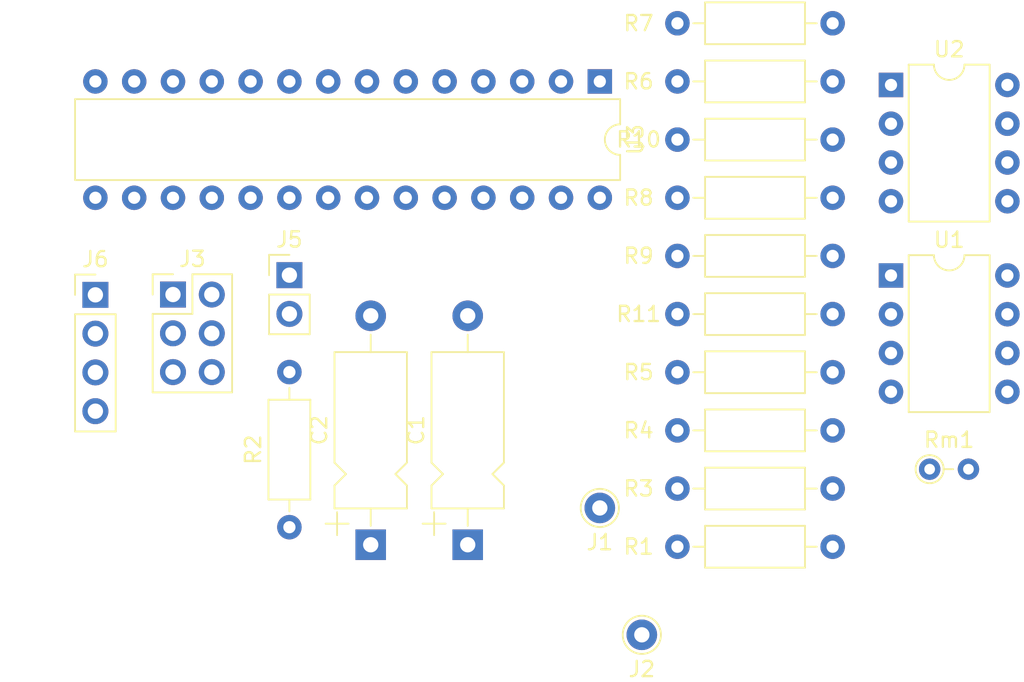
<source format=kicad_pcb>
(kicad_pcb (version 20221018) (generator pcbnew)
  (layers (0 "F.Cu" signal) (31 "B.Cu" signal) (34 "B.Paste" user) (35 "F.Paste" user) (36 "B.SilkS" user "B.Silkscreen") (37 "F.SilkS" user "F.Silkscreen") (38 "B.Mask" user) (39 "F.Mask" user) (44 "Edge.Cuts" user))
  (net 0 "")
  (net 1 "Net-(J1-Pin_1)")
  (net 2 "GND")
  (net 3 "VDD")
  (net 4 "Net-(J2-Pin_1)")
  (net 5 "Net-(J3-Pin_1)")
  (net 6 "Net-(J3-Pin_3)")
  (net 7 "Net-(J3-Pin_4)")
  (net 8 "Net-(J3-Pin_5)")
  (net 9 "Net-(J6-Pin_2)")
  (net 10 "Net-(J6-Pin_3)")
  (net 11 "Net-(U2B-+)")
  (net 12 "Net-(U2A-+)")
  (net 13 "Net-(U1B--)")
  (net 14 "Net-(U2A--)")
  (net 15 "Net-(U1B-+)")
  (net 16 "Net-(U2B--)")
  (net 33 "Net-(R10-Pad1)")
  (net 34 "Net-(R11-Pad1)")
  (footprint "Resistor_THT:R_Axial_DIN0207_L6.3mm_D2.5mm_P10.16mm_Horizontal" (layer "F.Cu") (at 157.48 82.55)
    (fp_text reference "R5" (at -2.54 0) (layer "F.SilkS"))
    (fp_text value "10k")
    (fp_line (start 1.04 0) (end 1.81 0) (stroke (width 0.12)) (layer "F.SilkS"))
    (fp_line (start 1.81 -1.37) (end 1.81 1.37) (stroke (width 0.12)) (layer "F.SilkS"))
    (fp_line (start 1.81 1.37) (end 8.35 1.37) (stroke (width 0.12)) (layer "F.SilkS"))
    (fp_line (start 8.35 -1.37) (end 1.81 -1.37) (stroke (width 0.12)) (layer "F.SilkS"))
    (fp_line (start 8.35 1.37) (end 8.35 -1.37) (stroke (width 0.12)) (layer "F.SilkS"))
    (fp_line (start 9.12 0) (end 8.35 0) (stroke (width 0.12)) (layer "F.SilkS"))
    (pad "1" thru_hole circle (at 0 0) (size 1.6 1.6) (drill 0.8) (layers "*.Cu" "*.Mask") (net 12 "Net-(U2A-+)"))
    (pad "2" thru_hole oval (at 10.16 0) (size 1.6 1.6) (drill 0.8) (layers "*.Cu" "*.Mask") (net 2 "GND"))
  )
  (footprint "Connector_PinHeader_2.54mm:PinHeader_1x04_P2.54mm_Vertical" (layer "F.Cu") (at 119.38 77.48)
    (fp_text reference "J6" (at 0 -2.33) (layer "F.SilkS"))
    (fp_text value "Conn_01x04_Pin")
    (fp_line (start -1.33 -1.33) (end 0 -1.33) (stroke (width 0.12)) (layer "F.SilkS"))
    (fp_line (start -1.33 0) (end -1.33 -1.33) (stroke (width 0.12)) (layer "F.SilkS"))
    (fp_line (start -1.33 1.27) (end -1.33 8.95) (stroke (width 0.12)) (layer "F.SilkS"))
    (fp_line (start -1.33 1.27) (end 1.33 1.27) (stroke (width 0.12)) (layer "F.SilkS"))
    (fp_line (start -1.33 8.95) (end 1.33 8.95) (stroke (width 0.12)) (layer "F.SilkS"))
    (fp_line (start 1.33 1.27) (end 1.33 8.95) (stroke (width 0.12)) (layer "F.SilkS"))
    (pad "1" thru_hole rect (at 0 0) (size 1.7 1.7) (drill 1) (layers "*.Cu" "*.Mask") (net 3 "VDD"))
    (pad "2" thru_hole oval (at 0 2.54) (size 1.7 1.7) (drill 1) (layers "*.Cu" "*.Mask") (net 9 "Net-(J6-Pin_2)"))
    (pad "3" thru_hole oval (at 0 5.08) (size 1.7 1.7) (drill 1) (layers "*.Cu" "*.Mask") (net 10 "Net-(J6-Pin_3)"))
    (pad "4" thru_hole oval (at 0 7.62) (size 1.7 1.7) (drill 1) (layers "*.Cu" "*.Mask") (net 2 "GND"))
  )
  (footprint "Resistor_THT:R_Axial_DIN0204_L3.6mm_D1.6mm_P2.54mm_Vertical" (layer "F.Cu") (at 173.99 88.9)
    (fp_text reference "Rm1" (at 1.27 -1.92) (layer "F.SilkS"))
    (fp_text value "PT1000")
    (fp_line (start 0.92 0) (end 1.54 0) (stroke (width 0.12)) (layer "F.SilkS"))
    (fp_circle (center 0 0) (end 0.92 0) (stroke (width 0.12)) (fill none) (layer "F.SilkS"))
    (pad "1" thru_hole circle (at 0 0) (size 1.4 1.4) (drill 0.7) (layers "*.Cu" "*.Mask") (net 11 "Net-(U2B-+)"))
    (pad "2" thru_hole oval (at 2.54 0) (size 1.4 1.4) (drill 0.7) (layers "*.Cu" "*.Mask") (net 2 "GND"))
  )
  (footprint "Resistor_THT:R_Axial_DIN0207_L6.3mm_D2.5mm_P10.16mm_Horizontal" (layer "F.Cu") (at 157.48 74.93)
    (fp_text reference "R9" (at -2.54 0) (layer "F.SilkS"))
    (fp_text value "10k")
    (fp_line (start 1.04 0) (end 1.81 0) (stroke (width 0.12)) (layer "F.SilkS"))
    (fp_line (start 1.81 -1.37) (end 1.81 1.37) (stroke (width 0.12)) (layer "F.SilkS"))
    (fp_line (start 1.81 1.37) (end 8.35 1.37) (stroke (width 0.12)) (layer "F.SilkS"))
    (fp_line (start 8.35 -1.37) (end 1.81 -1.37) (stroke (width 0.12)) (layer "F.SilkS"))
    (fp_line (start 8.35 1.37) (end 8.35 -1.37) (stroke (width 0.12)) (layer "F.SilkS"))
    (fp_line (start 9.12 0) (end 8.35 0) (stroke (width 0.12)) (layer "F.SilkS"))
    (pad "1" thru_hole circle (at 0 0) (size 1.6 1.6) (drill 0.8) (layers "*.Cu" "*.Mask") (net 15 "Net-(U1B-+)"))
    (pad "2" thru_hole oval (at 10.16 0) (size 1.6 1.6) (drill 0.8) (layers "*.Cu" "*.Mask") (net 34 "Net-(R11-Pad1)"))
  )
  (footprint "Resistor_THT:R_Axial_DIN0207_L6.3mm_D2.5mm_P10.16mm_Horizontal" (layer "F.Cu") (at 157.48 63.5)
    (fp_text reference "R6" (at -2.54 0) (layer "F.SilkS"))
    (fp_text value "3k")
    (fp_line (start 1.04 0) (end 1.81 0) (stroke (width 0.12)) (layer "F.SilkS"))
    (fp_line (start 1.81 -1.37) (end 1.81 1.37) (stroke (width 0.12)) (layer "F.SilkS"))
    (fp_line (start 1.81 1.37) (end 8.35 1.37) (stroke (width 0.12)) (layer "F.SilkS"))
    (fp_line (start 8.35 -1.37) (end 1.81 -1.37) (stroke (width 0.12)) (layer "F.SilkS"))
    (fp_line (start 8.35 1.37) (end 8.35 -1.37) (stroke (width 0.12)) (layer "F.SilkS"))
    (fp_line (start 9.12 0) (end 8.35 0) (stroke (width 0.12)) (layer "F.SilkS"))
    (pad "1" thru_hole circle (at 0 0) (size 1.6 1.6) (drill 0.8) (layers "*.Cu" "*.Mask") (net 4 "Net-(J2-Pin_1)"))
    (pad "2" thru_hole oval (at 10.16 0) (size 1.6 1.6) (drill 0.8) (layers "*.Cu" "*.Mask") (net 33 "Net-(R10-Pad1)"))
  )
  (footprint "Resistor_THT:R_Axial_DIN0207_L6.3mm_D2.5mm_P10.16mm_Horizontal" (layer "F.Cu") (at 157.48 86.36)
    (fp_text reference "R4" (at -2.54 0) (layer "F.SilkS"))
    (fp_text value "1k")
    (fp_line (start 1.04 0) (end 1.81 0) (stroke (width 0.12)) (layer "F.SilkS"))
    (fp_line (start 1.81 -1.37) (end 1.81 1.37) (stroke (width 0.12)) (layer "F.SilkS"))
    (fp_line (start 1.81 1.37) (end 8.35 1.37) (stroke (width 0.12)) (layer "F.SilkS"))
    (fp_line (start 8.35 -1.37) (end 1.81 -1.37) (stroke (width 0.12)) (layer "F.SilkS"))
    (fp_line (start 8.35 1.37) (end 8.35 -1.37) (stroke (width 0.12)) (layer "F.SilkS"))
    (fp_line (start 9.12 0) (end 8.35 0) (stroke (width 0.12)) (layer "F.SilkS"))
    (pad "1" thru_hole circle (at 0 0) (size 1.6 1.6) (drill 0.8) (layers "*.Cu" "*.Mask") (net 12 "Net-(U2A-+)"))
    (pad "2" thru_hole oval (at 10.16 0) (size 1.6 1.6) (drill 0.8) (layers "*.Cu" "*.Mask") (net 2 "GND"))
  )
  (footprint "Resistor_THT:R_Axial_DIN0207_L6.3mm_D2.5mm_P10.16mm_Horizontal" (layer "F.Cu") (at 157.48 59.69)
    (fp_text reference "R7" (at -2.54 0) (layer "F.SilkS"))
    (fp_text value "1k")
    (fp_line (start 1.04 0) (end 1.81 0) (stroke (width 0.12)) (layer "F.SilkS"))
    (fp_line (start 1.81 -1.37) (end 1.81 1.37) (stroke (width 0.12)) (layer "F.SilkS"))
    (fp_line (start 1.81 1.37) (end 8.35 1.37) (stroke (width 0.12)) (layer "F.SilkS"))
    (fp_line (start 8.35 -1.37) (end 1.81 -1.37) (stroke (width 0.12)) (layer "F.SilkS"))
    (fp_line (start 8.35 1.37) (end 8.35 -1.37) (stroke (width 0.12)) (layer "F.SilkS"))
    (fp_line (start 9.12 0) (end 8.35 0) (stroke (width 0.12)) (layer "F.SilkS"))
    (pad "1" thru_hole circle (at 0 0) (size 1.6 1.6) (drill 0.8) (layers "*.Cu" "*.Mask") (net 13 "Net-(U1B--)"))
    (pad "2" thru_hole oval (at 10.16 0) (size 1.6 1.6) (drill 0.8) (layers "*.Cu" "*.Mask") (net 14 "Net-(U2A--)"))
  )
  (footprint "Capacitor_THT:CP_Axial_L10.0mm_D4.5mm_P15.00mm_Horizontal" (layer "F.Cu") (at 143.7525 93.85 90)
    (fp_text reference "C1" (at 7.5 -3.37 90) (layer "F.SilkS"))
    (fp_text value "C")
    (fp_line (start 0.63 -2.2) (end 2.13 -2.2) (stroke (width 0.12)) (layer "F.SilkS"))
    (fp_line (start 1.24 0) (end 2.38 0) (stroke (width 0.12)) (layer "F.SilkS"))
    (fp_line (start 1.38 -2.95) (end 1.38 -1.45) (stroke (width 0.12)) (layer "F.SilkS"))
    (fp_line (start 2.38 -2.37) (end 2.38 2.37) (stroke (width 0.12)) (layer "F.SilkS"))
    (fp_line (start 2.38 -2.37) (end 3.88 -2.37) (stroke (width 0.12)) (layer "F.SilkS"))
    (fp_line (start 2.38 2.37) (end 3.88 2.37) (stroke (width 0.12)) (layer "F.SilkS"))
    (fp_line (start 3.88 -2.37) (end 4.63 -1.62) (stroke (width 0.12)) (layer "F.SilkS"))
    (fp_line (start 3.88 2.37) (end 4.63 1.62) (stroke (width 0.12)) (layer "F.SilkS"))
    (fp_line (start 4.63 -1.62) (end 5.38 -2.37) (stroke (width 0.12)) (layer "F.SilkS"))
    (fp_line (start 4.63 1.62) (end 5.38 2.37) (stroke (width 0.12)) (layer "F.SilkS"))
    (fp_line (start 5.38 -2.37) (end 12.62 -2.37) (stroke (width 0.12)) (layer "F.SilkS"))
    (fp_line (start 5.38 2.37) (end 12.62 2.37) (stroke (width 0.12)) (layer "F.SilkS"))
    (fp_line (start 12.62 -2.37) (end 12.62 2.37) (stroke (width 0.12)) (layer "F.SilkS"))
    (fp_line (start 13.76 0) (end 12.62 0) (stroke (width 0.12)) (layer "F.SilkS"))
    (pad "1" thru_hole rect (at 0 0 90) (size 2 2) (drill 1) (layers "*.Cu" "*.Mask") (net 1 "Net-(J1-Pin_1)"))
    (pad "2" thru_hole oval (at 15 0 90) (size 2 2) (drill 1) (layers "*.Cu" "*.Mask") (net 2 "GND"))
  )
  (footprint "Package_DIP:DIP-8_W7.62mm" (layer "F.Cu") (at 171.46 63.73)
    (fp_text reference "U2" (at 3.81 -2.33) (layer "F.SilkS"))
    (fp_text value "MCP602")
    (fp_line (start 1.16 -1.33) (end 1.16 8.95) (stroke (width 0.12)) (layer "F.SilkS"))
    (fp_line (start 1.16 8.95) (end 6.46 8.95) (stroke (width 0.12)) (layer "F.SilkS"))
    (fp_line (start 2.81 -1.33) (end 1.16 -1.33) (stroke (width 0.12)) (layer "F.SilkS"))
    (fp_line (start 6.46 -1.33) (end 4.81 -1.33) (stroke (width 0.12)) (layer "F.SilkS"))
    (fp_line (start 6.46 8.95) (end 6.46 -1.33) (stroke (width 0.12)) (layer "F.SilkS"))
    (fp_arc (start 4.81 -1.33) (mid 3.81 -0.33) (end 2.81 -1.33) (stroke (width 0.12)) (layer "F.SilkS"))
    (pad "1" thru_hole rect (at 0 0) (size 1.6 1.6) (drill 0.8) (layers "*.Cu" "*.Mask") (net 14 "Net-(U2A--)"))
    (pad "2" thru_hole oval (at 0 2.54) (size 1.6 1.6) (drill 0.8) (layers "*.Cu" "*.Mask") (net 14 "Net-(U2A--)"))
    (pad "3" thru_hole oval (at 0 5.08) (size 1.6 1.6) (drill 0.8) (layers "*.Cu" "*.Mask") (net 12 "Net-(U2A-+)"))
    (pad "4" thru_hole oval (at 0 7.62) (size 1.6 1.6) (drill 0.8) (layers "*.Cu" "*.Mask") (net 2 "GND"))
    (pad "5" thru_hole oval (at 7.62 7.62) (size 1.6 1.6) (drill 0.8) (layers "*.Cu" "*.Mask") (net 11 "Net-(U2B-+)"))
    (pad "6" thru_hole oval (at 7.62 5.08) (size 1.6 1.6) (drill 0.8) (layers "*.Cu" "*.Mask") (net 16 "Net-(U2B--)"))
    (pad "7" thru_hole oval (at 7.62 2.54) (size 1.6 1.6) (drill 0.8) (layers "*.Cu" "*.Mask") (net 16 "Net-(U2B--)"))
    (pad "8" thru_hole oval (at 7.62 0) (size 1.6 1.6) (drill 0.8) (layers "*.Cu" "*.Mask") (net 3 "VDD"))
  )
  (footprint "Connector_PinHeader_2.54mm:PinHeader_1x02_P2.54mm_Vertical" (layer "F.Cu") (at 132.08 76.19)
    (fp_text reference "J5" (at 0 -2.33) (layer "F.SilkS"))
    (fp_text value "Conn_01x02_Pin")
    (fp_line (start -1.33 -1.33) (end 0 -1.33) (stroke (width 0.12)) (layer "F.SilkS"))
    (fp_line (start -1.33 0) (end -1.33 -1.33) (stroke (width 0.12)) (layer "F.SilkS"))
    (fp_line (start -1.33 1.27) (end -1.33 3.87) (stroke (width 0.12)) (layer "F.SilkS"))
    (fp_line (start -1.33 1.27) (end 1.33 1.27) (stroke (width 0.12)) (layer "F.SilkS"))
    (fp_line (start -1.33 3.87) (end 1.33 3.87) (stroke (width 0.12)) (layer "F.SilkS"))
    (fp_line (start 1.33 1.27) (end 1.33 3.87) (stroke (width 0.12)) (layer "F.SilkS"))
    (pad "1" thru_hole rect (at 0 0) (size 1.7 1.7) (drill 1) (layers "*.Cu" "*.Mask") (net 3 "VDD"))
    (pad "2" thru_hole oval (at 0 2.54) (size 1.7 1.7) (drill 1) (layers "*.Cu" "*.Mask") (net 2 "GND"))
  )
  (footprint "Resistor_THT:R_Axial_DIN0207_L6.3mm_D2.5mm_P10.16mm_Horizontal" (layer "F.Cu") (at 167.64 90.17 180)
    (fp_text reference "R3" (at 12.7 0) (layer "F.SilkS"))
    (fp_text value "1k")
    (fp_line (start 1.04 0) (end 1.81 0) (stroke (width 0.12)) (layer "F.SilkS"))
    (fp_line (start 1.81 -1.37) (end 1.81 1.37) (stroke (width 0.12)) (layer "F.SilkS"))
    (fp_line (start 1.81 1.37) (end 8.35 1.37) (stroke (width 0.12)) (layer "F.SilkS"))
    (fp_line (start 8.35 -1.37) (end 1.81 -1.37) (stroke (width 0.12)) (layer "F.SilkS"))
    (fp_line (start 8.35 1.37) (end 8.35 -1.37) (stroke (width 0.12)) (layer "F.SilkS"))
    (fp_line (start 9.12 0) (end 8.35 0) (stroke (width 0.12)) (layer "F.SilkS"))
    (pad "1" thru_hole circle (at 0 0 180) (size 1.6 1.6) (drill 0.8) (layers "*.Cu" "*.Mask") (net 1 "Net-(J1-Pin_1)"))
    (pad "2" thru_hole oval (at 10.16 0 180) (size 1.6 1.6) (drill 0.8) (layers "*.Cu" "*.Mask") (net 12 "Net-(U2A-+)"))
  )
  (footprint "Resistor_THT:R_Axial_DIN0207_L6.3mm_D2.5mm_P10.16mm_Horizontal" (layer "F.Cu") (at 132.08 92.7 90)
    (fp_text reference "R2" (at 5.08 -2.37 90) (layer "F.SilkS"))
    (fp_text value "12k")
    (fp_line (start 1.04 0) (end 1.81 0) (stroke (width 0.12)) (layer "F.SilkS"))
    (fp_line (start 1.81 -1.37) (end 1.81 1.37) (stroke (width 0.12)) (layer "F.SilkS"))
    (fp_line (start 1.81 1.37) (end 8.35 1.37) (stroke (width 0.12)) (layer "F.SilkS"))
    (fp_line (start 8.35 -1.37) (end 1.81 -1.37) (stroke (width 0.12)) (layer "F.SilkS"))
    (fp_line (start 8.35 1.37) (end 8.35 -1.37) (stroke (width 0.12)) (layer "F.SilkS"))
    (fp_line (start 9.12 0) (end 8.35 0) (stroke (width 0.12)) (layer "F.SilkS"))
    (pad "1" thru_hole circle (at 0 0 90) (size 1.6 1.6) (drill 0.8) (layers "*.Cu" "*.Mask") (net 8 "Net-(J3-Pin_5)"))
    (pad "2" thru_hole oval (at 10.16 0 90) (size 1.6 1.6) (drill 0.8) (layers "*.Cu" "*.Mask") (net 3 "VDD"))
  )
  (footprint "Resistor_THT:R_Axial_DIN0207_L6.3mm_D2.5mm_P10.16mm_Horizontal" (layer "F.Cu") (at 167.64 67.31 180)
    (fp_text reference "R10" (at 12.7 0) (layer "F.SilkS"))
    (fp_text value "10k")
    (fp_line (start 1.04 0) (end 1.81 0) (stroke (width 0.12)) (layer "F.SilkS"))
    (fp_line (start 1.81 -1.37) (end 1.81 1.37) (stroke (width 0.12)) (layer "F.SilkS"))
    (fp_line (start 1.81 1.37) (end 8.35 1.37) (stroke (width 0.12)) (layer "F.SilkS"))
    (fp_line (start 8.35 -1.37) (end 1.81 -1.37) (stroke (width 0.12)) (layer "F.SilkS"))
    (fp_line (start 8.35 1.37) (end 8.35 -1.37) (stroke (width 0.12)) (layer "F.SilkS"))
    (fp_line (start 9.12 0) (end 8.35 0) (stroke (width 0.12)) (layer "F.SilkS"))
    (pad "1" thru_hole circle (at 0 0 180) (size 1.6 1.6) (drill 0.8) (layers "*.Cu" "*.Mask") (net 33 "Net-(R10-Pad1)"))
    (pad "2" thru_hole oval (at 10.16 0 180) (size 1.6 1.6) (drill 0.8) (layers "*.Cu" "*.Mask") (net 13 "Net-(U1B--)"))
  )
  (footprint "Connector_Pin:Pin_D1.0mm_L10.0mm" (layer "F.Cu") (at 152.4 91.44)
    (fp_text reference "J1" (at 0 2.25) (layer "F.SilkS"))
    (fp_text value "VRef")
    (fp_circle (center 0 0) (end 1.25 0.05) (stroke (width 0.12)) (fill none) (layer "F.SilkS"))
    (pad "1" thru_hole circle (at 0 0) (size 2 2) (drill 1) (layers "*.Cu" "*.Mask") (net 1 "Net-(J1-Pin_1)"))
  )
  (footprint "Package_DIP:DIP-8_W7.62mm" (layer "F.Cu") (at 171.46 76.21)
    (fp_text reference "U1" (at 3.81 -2.33) (layer "F.SilkS"))
    (fp_text value "MCP602")
    (fp_line (start 1.16 -1.33) (end 1.16 8.95) (stroke (width 0.12)) (layer "F.SilkS"))
    (fp_line (start 1.16 8.95) (end 6.46 8.95) (stroke (width 0.12)) (layer "F.SilkS"))
    (fp_line (start 2.81 -1.33) (end 1.16 -1.33) (stroke (width 0.12)) (layer "F.SilkS"))
    (fp_line (start 6.46 -1.33) (end 4.81 -1.33) (stroke (width 0.12)) (layer "F.SilkS"))
    (fp_line (start 6.46 8.95) (end 6.46 -1.33) (stroke (width 0.12)) (layer "F.SilkS"))
    (fp_arc (start 4.81 -1.33) (mid 3.81 -0.33) (end 2.81 -1.33) (stroke (width 0.12)) (layer "F.SilkS"))
    (pad "1" thru_hole rect (at 0 0) (size 1.6 1.6) (drill 0.8) (layers "*.Cu" "*.Mask"))
    (pad "2" thru_hole oval (at 0 2.54) (size 1.6 1.6) (drill 0.8) (layers "*.Cu" "*.Mask") (net 2 "GND"))
    (pad "3" thru_hole oval (at 0 5.08) (size 1.6 1.6) (drill 0.8) (layers "*.Cu" "*.Mask") (net 2 "GND"))
    (pad "4" thru_hole oval (at 0 7.62) (size 1.6 1.6) (drill 0.8) (layers "*.Cu" "*.Mask") (net 2 "GND"))
    (pad "5" thru_hole oval (at 7.62 7.62) (size 1.6 1.6) (drill 0.8) (layers "*.Cu" "*.Mask") (net 15 "Net-(U1B-+)"))
    (pad "6" thru_hole oval (at 7.62 5.08) (size 1.6 1.6) (drill 0.8) (layers "*.Cu" "*.Mask") (net 13 "Net-(U1B--)"))
    (pad "7" thru_hole oval (at 7.62 2.54) (size 1.6 1.6) (drill 0.8) (layers "*.Cu" "*.Mask") (net 4 "Net-(J2-Pin_1)"))
    (pad "8" thru_hole oval (at 7.62 0) (size 1.6 1.6) (drill 0.8) (layers "*.Cu" "*.Mask") (net 3 "VDD"))
  )
  (footprint "Package_DIP:DIP-28_W7.62mm" (layer "F.Cu") (at 152.4 63.5 -90)
    (fp_text reference "U3" (at 3.81 -2.33 90) (layer "F.SilkS"))
    (fp_text value "ATmega328-P")
    (fp_line (start 1.16 -1.33) (end 1.16 34.35) (stroke (width 0.12)) (layer "F.SilkS"))
    (fp_line (start 1.16 34.35) (end 6.46 34.35) (stroke (width 0.12)) (layer "F.SilkS"))
    (fp_line (start 2.81 -1.33) (end 1.16 -1.33) (stroke (width 0.12)) (layer "F.SilkS"))
    (fp_line (start 6.46 -1.33) (end 4.81 -1.33) (stroke (width 0.12)) (layer "F.SilkS"))
    (fp_line (start 6.46 34.35) (end 6.46 -1.33) (stroke (width 0.12)) (layer "F.SilkS"))
    (fp_arc (start 4.81 -1.33) (mid 3.81 -0.33) (end 2.81 -1.33) (stroke (width 0.12)) (layer "F.SilkS"))
    (pad "1" thru_hole rect (at 0 0 270) (size 1.6 1.6) (drill 0.8) (layers "*.Cu" "*.Mask") (net 8 "Net-(J3-Pin_5)"))
    (pad "2" thru_hole oval (at 0 2.54 270) (size 1.6 1.6) (drill 0.8) (layers "*.Cu" "*.Mask"))
    (pad "3" thru_hole oval (at 0 5.08 270) (size 1.6 1.6) (drill 0.8) (layers "*.Cu" "*.Mask"))
    (pad "4" thru_hole oval (at 0 7.62 270) (size 1.6 1.6) (drill 0.8) (layers "*.Cu" "*.Mask"))
    (pad "5" thru_hole oval (at 0 10.16 270) (size 1.6 1.6) (drill 0.8) (layers "*.Cu" "*.Mask"))
    (pad "6" thru_hole oval (at 0 12.7 270) (size 1.6 1.6) (drill 0.8) (layers "*.Cu" "*.Mask"))
    (pad "7" thru_hole oval (at 0 15.24 270) (size 1.6 1.6) (drill 0.8) (layers "*.Cu" "*.Mask") (net 3 "VDD"))
    (pad "8" thru_hole oval (at 0 17.78 270) (size 1.6 1.6) (drill 0.8) (layers "*.Cu" "*.Mask") (net 2 "GND"))
    (pad "9" thru_hole oval (at 0 20.32 270) (size 1.6 1.6) (drill 0.8) (layers "*.Cu" "*.Mask"))
    (pad "10" thru_hole oval (at 0 22.86 270) (size 1.6 1.6) (drill 0.8) (layers "*.Cu" "*.Mask"))
    (pad "11" thru_hole oval (at 0 25.4 270) (size 1.6 1.6) (drill 0.8) (layers "*.Cu" "*.Mask"))
    (pad "12" thru_hole oval (at 0 27.94 270) (size 1.6 1.6) (drill 0.8) (layers "*.Cu" "*.Mask"))
    (pad "13" thru_hole oval (at 0 30.48 270) (size 1.6 1.6) (drill 0.8) (layers "*.Cu" "*.Mask"))
    (pad "14" thru_hole oval (at 0 33.02 270) (size 1.6 1.6) (drill 0.8) (layers "*.Cu" "*.Mask"))
    (pad "15" thru_hole oval (at 7.62 33.02 270) (size 1.6 1.6) (drill 0.8) (layers "*.Cu" "*.Mask") (net 1 "Net-(J1-Pin_1)"))
    (pad "16" thru_hole oval (at 7.62 30.48 270) (size 1.6 1.6) (drill 0.8) (layers "*.Cu" "*.Mask"))
    (pad "17" thru_hole oval (at 7.62 27.94 270) (size 1.6 1.6) (drill 0.8) (layers "*.Cu" "*.Mask") (net 7 "Net-(J3-Pin_4)"))
    (pad "18" thru_hole oval (at 7.62 25.4 270) (size 1.6 1.6) (drill 0.8) (layers "*.Cu" "*.Mask") (net 5 "Net-(J3-Pin_1)"))
    (pad "19" thru_hole oval (at 7.62 22.86 270) (size 1.6 1.6) (drill 0.8) (layers "*.Cu" "*.Mask") (net 6 "Net-(J3-Pin_3)"))
    (pad "20" thru_hole oval (at 7.62 20.32 270) (size 1.6 1.6) (drill 0.8) (layers "*.Cu" "*.Mask") (net 3 "VDD"))
    (pad "21" thru_hole oval (at 7.62 17.78 270) (size 1.6 1.6) (drill 0.8) (layers "*.Cu" "*.Mask") (net 1 "Net-(J1-Pin_1)"))
    (pad "22" thru_hole oval (at 7.62 15.24 270) (size 1.6 1.6) (drill 0.8) (layers "*.Cu" "*.Mask") (net 2 "GND"))
    (pad "23" thru_hole oval (at 7.62 12.7 270) (size 1.6 1.6) (drill 0.8) (layers "*.Cu" "*.Mask"))
    (pad "24" thru_hole oval (at 7.62 10.16 270) (size 1.6 1.6) (drill 0.8) (layers "*.Cu" "*.Mask") (net 4 "Net-(J2-Pin_1)"))
    (pad "25" thru_hole oval (at 7.62 7.62 270) (size 1.6 1.6) (drill 0.8) (layers "*.Cu" "*.Mask"))
    (pad "26" thru_hole oval (at 7.62 5.08 270) (size 1.6 1.6) (drill 0.8) (layers "*.Cu" "*.Mask"))
    (pad "27" thru_hole oval (at 7.62 2.54 270) (size 1.6 1.6) (drill 0.8) (layers "*.Cu" "*.Mask") (net 9 "Net-(J6-Pin_2)"))
    (pad "28" thru_hole oval (at 7.62 0 270) (size 1.6 1.6) (drill 0.8) (layers "*.Cu" "*.Mask") (net 10 "Net-(J6-Pin_3)"))
  )
  (footprint "Resistor_THT:R_Axial_DIN0207_L6.3mm_D2.5mm_P10.16mm_Horizontal" (layer "F.Cu") (at 167.64 93.98 180)
    (fp_text reference "R1" (at 12.7 0) (layer "F.SilkS"))
    (fp_text value "1k")
    (fp_line (start 1.04 0) (end 1.81 0) (stroke (width 0.12)) (layer "F.SilkS"))
    (fp_line (start 1.81 -1.37) (end 1.81 1.37) (stroke (width 0.12)) (layer "F.SilkS"))
    (fp_line (start 1.81 1.37) (end 8.35 1.37) (stroke (width 0.12)) (layer "F.SilkS"))
    (fp_line (start 8.35 -1.37) (end 1.81 -1.37) (stroke (width 0.12)) (layer "F.SilkS"))
    (fp_line (start 8.35 1.37) (end 8.35 -1.37) (stroke (width 0.12)) (layer "F.SilkS"))
    (fp_line (start 9.12 0) (end 8.35 0) (stroke (width 0.12)) (layer "F.SilkS"))
    (pad "1" thru_hole circle (at 0 0 180) (size 1.6 1.6) (drill 0.8) (layers "*.Cu" "*.Mask") (net 1 "Net-(J1-Pin_1)"))
    (pad "2" thru_hole oval (at 10.16 0 180) (size 1.6 1.6) (drill 0.8) (layers "*.Cu" "*.Mask") (net 11 "Net-(U2B-+)"))
  )
  (footprint "Resistor_THT:R_Axial_DIN0207_L6.3mm_D2.5mm_P10.16mm_Horizontal" (layer "F.Cu") (at 167.64 78.74 180)
    (fp_text reference "R11" (at 12.7 0) (layer "F.SilkS"))
    (fp_text value "3k")
    (fp_line (start 1.04 0) (end 1.81 0) (stroke (width 0.12)) (layer "F.SilkS"))
    (fp_line (start 1.81 -1.37) (end 1.81 1.37) (stroke (width 0.12)) (layer "F.SilkS"))
    (fp_line (start 1.81 1.37) (end 8.35 1.37) (stroke (width 0.12)) (layer "F.SilkS"))
    (fp_line (start 8.35 -1.37) (end 1.81 -1.37) (stroke (width 0.12)) (layer "F.SilkS"))
    (fp_line (start 8.35 1.37) (end 8.35 -1.37) (stroke (width 0.12)) (layer "F.SilkS"))
    (fp_line (start 9.12 0) (end 8.35 0) (stroke (width 0.12)) (layer "F.SilkS"))
    (pad "1" thru_hole circle (at 0 0 180) (size 1.6 1.6) (drill 0.8) (layers "*.Cu" "*.Mask") (net 34 "Net-(R11-Pad1)"))
    (pad "2" thru_hole oval (at 10.16 0 180) (size 1.6 1.6) (drill 0.8) (layers "*.Cu" "*.Mask") (net 2 "GND"))
  )
  (footprint "Capacitor_THT:CP_Axial_L10.0mm_D4.5mm_P15.00mm_Horizontal" (layer "F.Cu") (at 137.4025 93.85 90)
    (fp_text reference "C2" (at 7.5 -3.37 90) (layer "F.SilkS"))
    (fp_text value "C")
    (fp_line (start 0.63 -2.2) (end 2.13 -2.2) (stroke (width 0.12)) (layer "F.SilkS"))
    (fp_line (start 1.24 0) (end 2.38 0) (stroke (width 0.12)) (layer "F.SilkS"))
    (fp_line (start 1.38 -2.95) (end 1.38 -1.45) (stroke (width 0.12)) (layer "F.SilkS"))
    (fp_line (start 2.38 -2.37) (end 2.38 2.37) (stroke (width 0.12)) (layer "F.SilkS"))
    (fp_line (start 2.38 -2.37) (end 3.88 -2.37) (stroke (width 0.12)) (layer "F.SilkS"))
    (fp_line (start 2.38 2.37) (end 3.88 2.37) (stroke (width 0.12)) (layer "F.SilkS"))
    (fp_line (start 3.88 -2.37) (end 4.63 -1.62) (stroke (width 0.12)) (layer "F.SilkS"))
    (fp_line (start 3.88 2.37) (end 4.63 1.62) (stroke (width 0.12)) (layer "F.SilkS"))
    (fp_line (start 4.63 -1.62) (end 5.38 -2.37) (stroke (width 0.12)) (layer "F.SilkS"))
    (fp_line (start 4.63 1.62) (end 5.38 2.37) (stroke (width 0.12)) (layer "F.SilkS"))
    (fp_line (start 5.38 -2.37) (end 12.62 -2.37) (stroke (width 0.12)) (layer "F.SilkS"))
    (fp_line (start 5.38 2.37) (end 12.62 2.37) (stroke (width 0.12)) (layer "F.SilkS"))
    (fp_line (start 12.62 -2.37) (end 12.62 2.37) (stroke (width 0.12)) (layer "F.SilkS"))
    (fp_line (start 13.76 0) (end 12.62 0) (stroke (width 0.12)) (layer "F.SilkS"))
    (pad "1" thru_hole rect (at 0 0 90) (size 2 2) (drill 1) (layers "*.Cu" "*.Mask") (net 3 "VDD"))
    (pad "2" thru_hole oval (at 15 0 90) (size 2 2) (drill 1) (layers "*.Cu" "*.Mask") (net 2 "GND"))
  )
  (footprint "Resistor_THT:R_Axial_DIN0207_L6.3mm_D2.5mm_P10.16mm_Horizontal" (layer "F.Cu") (at 157.48 71.12)
    (fp_text reference "R8" (at -2.54 0) (layer "F.SilkS"))
    (fp_text value "1k")
    (fp_line (start 1.04 0) (end 1.81 0) (stroke (width 0.12)) (layer "F.SilkS"))
    (fp_line (start 1.81 -1.37) (end 1.81 1.37) (stroke (width 0.12)) (layer "F.SilkS"))
    (fp_line (start 1.81 1.37) (end 8.35 1.37) (stroke (width 0.12)) (layer "F.SilkS"))
    (fp_line (start 8.35 -1.37) (end 1.81 -1.37) (stroke (width 0.12)) (layer "F.SilkS"))
    (fp_line (start 8.35 1.37) (end 8.35 -1.37) (stroke (width 0.12)) (layer "F.SilkS"))
    (fp_line (start 9.12 0) (end 8.35 0) (stroke (width 0.12)) (layer "F.SilkS"))
    (pad "1" thru_hole circle (at 0 0) (size 1.6 1.6) (drill 0.8) (layers "*.Cu" "*.Mask") (net 15 "Net-(U1B-+)"))
    (pad "2" thru_hole oval (at 10.16 0) (size 1.6 1.6) (drill 0.8) (layers "*.Cu" "*.Mask") (net 16 "Net-(U2B--)"))
  )
  (footprint "Connector_Pin:Pin_D1.0mm_L10.0mm" (layer "F.Cu") (at 155.15 99.75)
    (fp_text reference "J2" (at 0 2.25) (layer "F.SilkS"))
    (fp_text value "Vmeas")
    (fp_circle (center 0 0) (end 1.25 0.05) (stroke (width 0.12)) (fill none) (layer "F.SilkS"))
    (pad "1" thru_hole circle (at 0 0) (size 2 2) (drill 1) (layers "*.Cu" "*.Mask") (net 4 "Net-(J2-Pin_1)"))
  )
  (footprint "Connector_PinHeader_2.54mm:PinHeader_2x03_P2.54mm_Vertical" (layer "F.Cu") (at 124.46 77.46)
    (fp_text reference "J3" (at 1.27 -2.33) (layer "F.SilkS"))
    (fp_text value "Conn_02x03_Odd_Even")
    (fp_line (start -1.33 -1.33) (end 0 -1.33) (stroke (width 0.12)) (layer "F.SilkS"))
    (fp_line (start -1.33 0) (end -1.33 -1.33) (stroke (width 0.12)) (layer "F.SilkS"))
    (fp_line (start -1.33 1.27) (end -1.33 6.41) (stroke (width 0.12)) (layer "F.SilkS"))
    (fp_line (start -1.33 1.27) (end 1.27 1.27) (stroke (width 0.12)) (layer "F.SilkS"))
    (fp_line (start -1.33 6.41) (end 3.87 6.41) (stroke (width 0.12)) (layer "F.SilkS"))
    (fp_line (start 1.27 -1.33) (end 3.87 -1.33) (stroke (width 0.12)) (layer "F.SilkS"))
    (fp_line (start 1.27 1.27) (end 1.27 -1.33) (stroke (width 0.12)) (layer "F.SilkS"))
    (fp_line (start 3.87 -1.33) (end 3.87 6.41) (stroke (width 0.12)) (layer "F.SilkS"))
    (pad "1" thru_hole rect (at 0 0) (size 1.7 1.7) (drill 1) (layers "*.Cu" "*.Mask") (net 5 "Net-(J3-Pin_1)"))
    (pad "2" thru_hole oval (at 2.54 0) (size 1.7 1.7) (drill 1) (layers "*.Cu" "*.Mask") (net 3 "VDD"))
    (pad "3" thru_hole oval (at 0 2.54) (size 1.7 1.7) (drill 1) (layers "*.Cu" "*.Mask") (net 6 "Net-(J3-Pin_3)"))
    (pad "4" thru_hole oval (at 2.54 2.54) (size 1.7 1.7) (drill 1) (layers "*.Cu" "*.Mask") (net 7 "Net-(J3-Pin_4)"))
    (pad "5" thru_hole oval (at 0 5.08) (size 1.7 1.7) (drill 1) (layers "*.Cu" "*.Mask") (net 8 "Net-(J3-Pin_5)"))
    (pad "6" thru_hole oval (at 2.54 5.08) (size 1.7 1.7) (drill 1) (layers "*.Cu" "*.Mask") (net 2 "GND"))
  )
)
</source>
